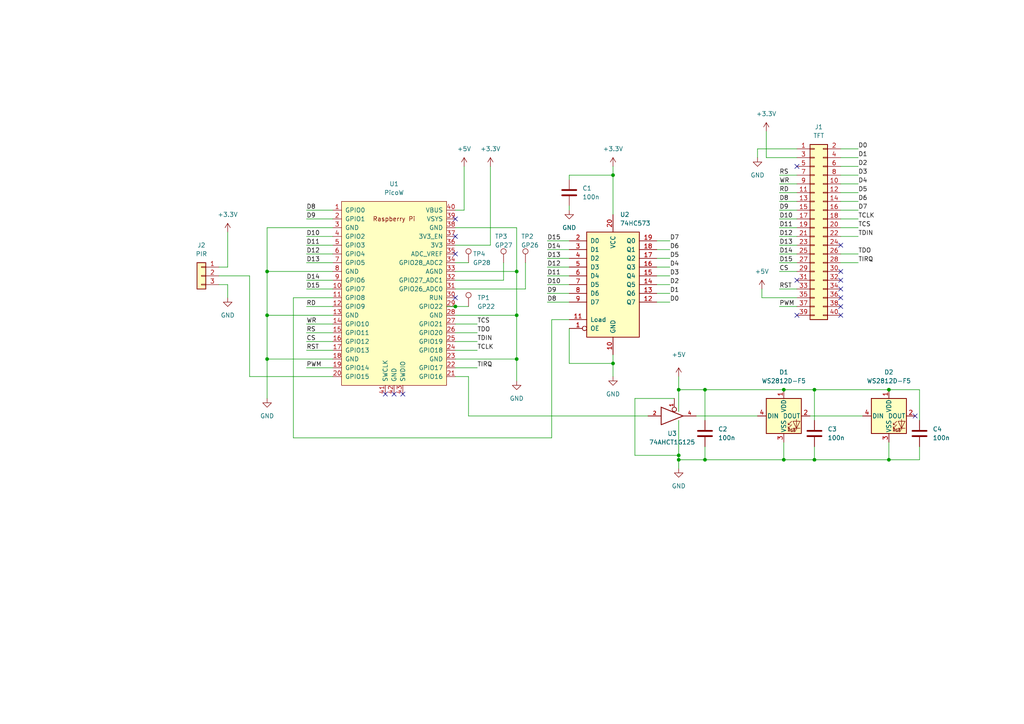
<source format=kicad_sch>
(kicad_sch (version 20211123) (generator eeschema)
  (paper "A4")
  (title_block (title "Energy Management System Display Module"))
  (lib_symbols
    (symbol "74xGxx:74AHCT1G125" (pin_names (offset 1.016))
      (property "Reference" "U" (at -2.54 3.81 0))
      (property "Value" "74AHCT1G125" (at 0 -3.81 0))
      (symbol "74AHCT1G125_0_1"
        (polyline (pts (xy -3.81 2.54) (xy -3.81 -2.54) (xy 2.54 0) (xy -3.81 2.54)) (stroke (width 0.254)))
      )
      (symbol "74AHCT1G125_1_1"
        (pin input inverted (at 0 5.08 270) (length 3.81) (name "~") (number "1"))
        (pin input line (at -7.62 0 0) (length 3.81) (name "~") (number "2"))
        (pin power_in line (at 1.27 -1.27 270) (length 0) hide (name "GND") (number "3"))
        (pin tri_state line (at 6.35 0 180) (length 3.81) (name "~") (number "4"))
        (pin power_in line (at 1.27 1.27 90) (length 0) hide (name "VCC") (number "5"))
      )
    )
    (symbol "74xx:74LS573" (pin_names (offset 1.016))
      (property "Reference" "U" (at -7.62 16.51 0))
      (property "Value" "74LS573" (at -7.62 -16.51 0))
      (symbol "74LS573_1_0"
        (pin input inverted (at -12.7 -12.7 0) (length 5.08) (name "OE") (number "1"))
        (pin power_in line (at 0 -20.32 90) (length 5.08) (name "GND") (number "10"))
        (pin input line (at -12.7 -10.16 0) (length 5.08) (name "Load") (number "11"))
        (pin tri_state line (at 12.7 -5.08 180) (length 5.08) (name "Q7") (number "12"))
        (pin tri_state line (at 12.7 -2.54 180) (length 5.08) (name "Q6") (number "13"))
        (pin tri_state line (at 12.7 0 180) (length 5.08) (name "Q5") (number "14"))
        (pin tri_state line (at 12.7 2.54 180) (length 5.08) (name "Q4") (number "15"))
        (pin tri_state line (at 12.7 5.08 180) (length 5.08) (name "Q3") (number "16"))
        (pin tri_state line (at 12.7 7.62 180) (length 5.08) (name "Q2") (number "17"))
        (pin tri_state line (at 12.7 10.16 180) (length 5.08) (name "Q1") (number "18"))
        (pin tri_state line (at 12.7 12.7 180) (length 5.08) (name "Q0") (number "19"))
        (pin input line (at -12.7 12.7 0) (length 5.08) (name "D0") (number "2"))
        (pin power_in line (at 0 20.32 270) (length 5.08) (name "VCC") (number "20"))
        (pin input line (at -12.7 10.16 0) (length 5.08) (name "D1") (number "3"))
        (pin input line (at -12.7 7.62 0) (length 5.08) (name "D2") (number "4"))
        (pin input line (at -12.7 5.08 0) (length 5.08) (name "D3") (number "5"))
        (pin input line (at -12.7 2.54 0) (length 5.08) (name "D4") (number "6"))
        (pin input line (at -12.7 0 0) (length 5.08) (name "D5") (number "7"))
        (pin input line (at -12.7 -2.54 0) (length 5.08) (name "D6") (number "8"))
        (pin input line (at -12.7 -5.08 0) (length 5.08) (name "D7") (number "9"))
      )
      (symbol "74LS573_1_1"
        (rectangle (start -7.62 15.24) (end 7.62 -15.24) (stroke (width 0.254)) (fill (type background)))
      )
    )
    (symbol "Connector:TestPoint" (pin_numbers hide) (pin_names (offset 0.762) hide)
      (property "Reference" "TP" (at 0 6.858 0))
      (property "Value" "TestPoint" (at 0 5.08 0))
      (symbol "TestPoint_0_1"
        (circle (center 0 3.302) (radius 0.762))
      )
      (symbol "TestPoint_1_1"
        (pin passive line (at 0 0 90) (length 2.54) (name "1") (number "1"))
      )
    )
    (symbol "Connector_Generic:Conn_01x03" (pin_names (offset 1.016) hide)
      (property "Reference" "J" (at 0 5.08 0))
      (property "Value" "Conn_01x03" (at 0 -5.08 0))
      (symbol "Conn_01x03_1_1"
        (rectangle (start -1.27 -2.413) (end 0 -2.667) (stroke (width 0.1524)))
        (rectangle (start -1.27 0.127) (end 0 -0.127) (stroke (width 0.1524)))
        (rectangle (start -1.27 2.667) (end 0 2.413) (stroke (width 0.1524)))
        (rectangle (start -1.27 3.81) (end 1.27 -3.81) (stroke (width 0.254)) (fill (type background)))
        (pin passive line (at -5.08 2.54 0) (length 3.81) (name "Pin_1") (number "1"))
        (pin passive line (at -5.08 0 0) (length 3.81) (name "Pin_2") (number "2"))
        (pin passive line (at -5.08 -2.54 0) (length 3.81) (name "Pin_3") (number "3"))
      )
    )
    (symbol "Connector_Generic:Conn_02x20_Odd_Even" (pin_names (offset 1.016) hide)
      (property "Reference" "J" (at 1.27 25.4 0))
      (property "Value" "Conn_02x20_Odd_Even" (at 1.27 -27.94 0))
      (symbol "Conn_02x20_Odd_Even_1_1"
        (rectangle (start -1.27 -25.273) (end 0 -25.527) (stroke (width 0.1524)))
        (rectangle (start -1.27 -22.733) (end 0 -22.987) (stroke (width 0.1524)))
        (rectangle (start -1.27 -20.193) (end 0 -20.447) (stroke (width 0.1524)))
        (rectangle (start -1.27 -17.653) (end 0 -17.907) (stroke (width 0.1524)))
        (rectangle (start -1.27 -15.113) (end 0 -15.367) (stroke (width 0.1524)))
        (rectangle (start -1.27 -12.573) (end 0 -12.827) (stroke (width 0.1524)))
        (rectangle (start -1.27 -10.033) (end 0 -10.287) (stroke (width 0.1524)))
        (rectangle (start -1.27 -7.493) (end 0 -7.747) (stroke (width 0.1524)))
        (rectangle (start -1.27 -4.953) (end 0 -5.207) (stroke (width 0.1524)))
        (rectangle (start -1.27 -2.413) (end 0 -2.667) (stroke (width 0.1524)))
        (rectangle (start -1.27 0.127) (end 0 -0.127) (stroke (width 0.1524)))
        (rectangle (start -1.27 2.667) (end 0 2.413) (stroke (width 0.1524)))
        (rectangle (start -1.27 5.207) (end 0 4.953) (stroke (width 0.1524)))
        (rectangle (start -1.27 7.747) (end 0 7.493) (stroke (width 0.1524)))
        (rectangle (start -1.27 10.287) (end 0 10.033) (stroke (width 0.1524)))
        (rectangle (start -1.27 12.827) (end 0 12.573) (stroke (width 0.1524)))
        (rectangle (start -1.27 15.367) (end 0 15.113) (stroke (width 0.1524)))
        (rectangle (start -1.27 17.907) (end 0 17.653) (stroke (width 0.1524)))
        (rectangle (start -1.27 20.447) (end 0 20.193) (stroke (width 0.1524)))
        (rectangle (start -1.27 22.987) (end 0 22.733) (stroke (width 0.1524)))
        (rectangle (start -1.27 24.13) (end 3.81 -26.67) (stroke (width 0.254)) (fill (type background)))
        (rectangle (start 3.81 -25.273) (end 2.54 -25.527) (stroke (width 0.1524)))
        (rectangle (start 3.81 -22.733) (end 2.54 -22.987) (stroke (width 0.1524)))
        (rectangle (start 3.81 -20.193) (end 2.54 -20.447) (stroke (width 0.1524)))
        (rectangle (start 3.81 -17.653) (end 2.54 -17.907) (stroke (width 0.1524)))
        (rectangle (start 3.81 -15.113) (end 2.54 -15.367) (stroke (width 0.1524)))
        (rectangle (start 3.81 -12.573) (end 2.54 -12.827) (stroke (width 0.1524)))
        (rectangle (start 3.81 -10.033) (end 2.54 -10.287) (stroke (width 0.1524)))
        (rectangle (start 3.81 -7.493) (end 2.54 -7.747) (stroke (width 0.1524)))
        (rectangle (start 3.81 -4.953) (end 2.54 -5.207) (stroke (width 0.1524)))
        (rectangle (start 3.81 -2.413) (end 2.54 -2.667) (stroke (width 0.1524)))
        (rectangle (start 3.81 0.127) (end 2.54 -0.127) (stroke (width 0.1524)))
        (rectangle (start 3.81 2.667) (end 2.54 2.413) (stroke (width 0.1524)))
        (rectangle (start 3.81 5.207) (end 2.54 4.953) (stroke (width 0.1524)))
        (rectangle (start 3.81 7.747) (end 2.54 7.493) (stroke (width 0.1524)))
        (rectangle (start 3.81 10.287) (end 2.54 10.033) (stroke (width 0.1524)))
        (rectangle (start 3.81 12.827) (end 2.54 12.573) (stroke (width 0.1524)))
        (rectangle (start 3.81 15.367) (end 2.54 15.113) (stroke (width 0.1524)))
        (rectangle (start 3.81 17.907) (end 2.54 17.653) (stroke (width 0.1524)))
        (rectangle (start 3.81 20.447) (end 2.54 20.193) (stroke (width 0.1524)))
        (rectangle (start 3.81 22.987) (end 2.54 22.733) (stroke (width 0.1524)))
        (pin passive line (at -5.08 22.86 0) (length 3.81) (name "Pin_1") (number "1"))
        (pin passive line (at 7.62 12.7 180) (length 3.81) (name "Pin_10") (number "10"))
        (pin passive line (at -5.08 10.16 0) (length 3.81) (name "Pin_11") (number "11"))
        (pin passive line (at 7.62 10.16 180) (length 3.81) (name "Pin_12") (number "12"))
        (pin passive line (at -5.08 7.62 0) (length 3.81) (name "Pin_13") (number "13"))
        (pin passive line (at 7.62 7.62 180) (length 3.81) (name "Pin_14") (number "14"))
        (pin passive line (at -5.08 5.08 0) (length 3.81) (name "Pin_15") (number "15"))
        (pin passive line (at 7.62 5.08 180) (length 3.81) (name "Pin_16") (number "16"))
        (pin passive line (at -5.08 2.54 0) (length 3.81) (name "Pin_17") (number "17"))
        (pin passive line (at 7.62 2.54 180) (length 3.81) (name "Pin_18") (number "18"))
        (pin passive line (at -5.08 0 0) (length 3.81) (name "Pin_19") (number "19"))
        (pin passive line (at 7.62 22.86 180) (length 3.81) (name "Pin_2") (number "2"))
        (pin passive line (at 7.62 0 180) (length 3.81) (name "Pin_20") (number "20"))
        (pin passive line (at -5.08 -2.54 0) (length 3.81) (name "Pin_21") (number "21"))
        (pin passive line (at 7.62 -2.54 180) (length 3.81) (name "Pin_22") (number "22"))
        (pin passive line (at -5.08 -5.08 0) (length 3.81) (name "Pin_23") (number "23"))
        (pin passive line (at 7.62 -5.08 180) (length 3.81) (name "Pin_24") (number "24"))
        (pin passive line (at -5.08 -7.62 0) (length 3.81) (name "Pin_25") (number "25"))
        (pin passive line (at 7.62 -7.62 180) (length 3.81) (name "Pin_26") (number "26"))
        (pin passive line (at -5.08 -10.16 0) (length 3.81) (name "Pin_27") (number "27"))
        (pin passive line (at 7.62 -10.16 180) (length 3.81) (name "Pin_28") (number "28"))
        (pin passive line (at -5.08 -12.7 0) (length 3.81) (name "Pin_29") (number "29"))
        (pin passive line (at -5.08 20.32 0) (length 3.81) (name "Pin_3") (number "3"))
        (pin passive line (at 7.62 -12.7 180) (length 3.81) (name "Pin_30") (number "30"))
        (pin passive line (at -5.08 -15.24 0) (length 3.81) (name "Pin_31") (number "31"))
        (pin passive line (at 7.62 -15.24 180) (length 3.81) (name "Pin_32") (number "32"))
        (pin passive line (at -5.08 -17.78 0) (length 3.81) (name "Pin_33") (number "33"))
        (pin passive line (at 7.62 -17.78 180) (length 3.81) (name "Pin_34") (number "34"))
        (pin passive line (at -5.08 -20.32 0) (length 3.81) (name "Pin_35") (number "35"))
        (pin passive line (at 7.62 -20.32 180) (length 3.81) (name "Pin_36") (number "36"))
        (pin passive line (at -5.08 -22.86 0) (length 3.81) (name "Pin_37") (number "37"))
        (pin passive line (at 7.62 -22.86 180) (length 3.81) (name "Pin_38") (number "38"))
        (pin passive line (at -5.08 -25.4 0) (length 3.81) (name "Pin_39") (number "39"))
        (pin passive line (at 7.62 20.32 180) (length 3.81) (name "Pin_4") (number "4"))
        (pin passive line (at 7.62 -25.4 180) (length 3.81) (name "Pin_40") (number "40"))
        (pin passive line (at -5.08 17.78 0) (length 3.81) (name "Pin_5") (number "5"))
        (pin passive line (at 7.62 17.78 180) (length 3.81) (name "Pin_6") (number "6"))
        (pin passive line (at -5.08 15.24 0) (length 3.81) (name "Pin_7") (number "7"))
        (pin passive line (at 7.62 15.24 180) (length 3.81) (name "Pin_8") (number "8"))
        (pin passive line (at -5.08 12.7 0) (length 3.81) (name "Pin_9") (number "9"))
      )
    )
    (symbol "Device:C" (pin_numbers hide) (pin_names (offset 0.254))
      (property "Reference" "C" (at 0.635 2.54 0))
      (property "Value" "C" (at 0.635 -2.54 0))
      (symbol "C_0_1"
        (polyline (pts (xy -2.032 -0.762) (xy 2.032 -0.762)) (stroke (width 0.508)))
        (polyline (pts (xy -2.032 0.762) (xy 2.032 0.762)) (stroke (width 0.508)))
      )
      (symbol "C_1_1"
        (pin passive line (at 0 3.81 270) (length 2.794) (name "~") (number "1"))
        (pin passive line (at 0 -3.81 90) (length 2.794) (name "~") (number "2"))
      )
    )
    (symbol "LED:WS2812B" (pin_names (offset 0.254))
      (property "Reference" "D" (at 5.08 5.715 0))
      (property "Value" "WS2812B" (at 1.27 -5.715 0))
      (symbol "WS2812B_0_0"
        (text "RGB" (at 2.286 -4.191 0) (effects (font (size 0.762 0.762))))
      )
      (symbol "WS2812B_0_1"
        (polyline (pts (xy 1.27 -3.556) (xy 1.778 -3.556)))
        (polyline (pts (xy 1.27 -2.54) (xy 1.778 -2.54)))
        (polyline (pts (xy 4.699 -3.556) (xy 2.667 -3.556)))
        (polyline (pts (xy 2.286 -2.54) (xy 1.27 -3.556) (xy 1.27 -3.048)))
        (polyline (pts (xy 2.286 -1.524) (xy 1.27 -2.54) (xy 1.27 -2.032)))
        (polyline (pts (xy 3.683 -1.016) (xy 3.683 -3.556) (xy 3.683 -4.064)))
        (polyline (pts (xy 4.699 -1.524) (xy 2.667 -1.524) (xy 3.683 -3.556) (xy 4.699 -1.524)))
        (rectangle (start 5.08 5.08) (end -5.08 -5.08) (stroke (width 0.254)) (fill (type background)))
      )
      (symbol "WS2812B_1_1"
        (pin power_in line (at 0 7.62 270) (length 2.54) (name "VDD") (number "1"))
        (pin output line (at 7.62 0 180) (length 2.54) (name "DOUT") (number "2"))
        (pin power_in line (at 0 -7.62 90) (length 2.54) (name "VSS") (number "3"))
        (pin input line (at -7.62 0 0) (length 2.54) (name "DIN") (number "4"))
      )
    )
    (symbol "RPi_Pico:PicoW" (pin_names (offset 1.016))
      (property "Reference" "U" (at -13.97 27.94 0))
      (property "Value" "PicoW" (at 0 19.05 0))
      (symbol "PicoW_0_0"
        (text "Raspberry Pi" (at 0 21.59 0) (effects (font (size 1.27 1.27))))
      )
      (symbol "PicoW_0_1"
        (rectangle (start -15.24 26.67) (end 15.24 -26.67) (fill (type background)))
      )
      (symbol "PicoW_1_1"
        (pin bidirectional line (at -17.78 24.13 0) (length 2.54) (name "GPIO0") (number "1"))
        (pin bidirectional line (at -17.78 1.27 0) (length 2.54) (name "GPIO7") (number "10"))
        (pin bidirectional line (at -17.78 -1.27 0) (length 2.54) (name "GPIO8") (number "11"))
        (pin bidirectional line (at -17.78 -3.81 0) (length 2.54) (name "GPIO9") (number "12"))
        (pin power_in line (at -17.78 -6.35 0) (length 2.54) (name "GND") (number "13"))
        (pin bidirectional line (at -17.78 -8.89 0) (length 2.54) (name "GPIO10") (number "14"))
        (pin bidirectional line (at -17.78 -11.43 0) (length 2.54) (name "GPIO11") (number "15"))
        (pin bidirectional line (at -17.78 -13.97 0) (length 2.54) (name "GPIO12") (number "16"))
        (pin bidirectional line (at -17.78 -16.51 0) (length 2.54) (name "GPIO13") (number "17"))
        (pin power_in line (at -17.78 -19.05 0) (length 2.54) (name "GND") (number "18"))
        (pin bidirectional line (at -17.78 -21.59 0) (length 2.54) (name "GPIO14") (number "19"))
        (pin bidirectional line (at -17.78 21.59 0) (length 2.54) (name "GPIO1") (number "2"))
        (pin bidirectional line (at -17.78 -24.13 0) (length 2.54) (name "GPIO15") (number "20"))
        (pin bidirectional line (at 17.78 -24.13 180) (length 2.54) (name "GPIO16") (number "21"))
        (pin bidirectional line (at 17.78 -21.59 180) (length 2.54) (name "GPIO17") (number "22"))
        (pin power_in line (at 17.78 -19.05 180) (length 2.54) (name "GND") (number "23"))
        (pin bidirectional line (at 17.78 -16.51 180) (length 2.54) (name "GPIO18") (number "24"))
        (pin bidirectional line (at 17.78 -13.97 180) (length 2.54) (name "GPIO19") (number "25"))
        (pin bidirectional line (at 17.78 -11.43 180) (length 2.54) (name "GPIO20") (number "26"))
        (pin bidirectional line (at 17.78 -8.89 180) (length 2.54) (name "GPIO21") (number "27"))
        (pin power_in line (at 17.78 -6.35 180) (length 2.54) (name "GND") (number "28"))
        (pin bidirectional line (at 17.78 -3.81 180) (length 2.54) (name "GPIO22") (number "29"))
        (pin power_in line (at -17.78 19.05 0) (length 2.54) (name "GND") (number "3"))
        (pin input line (at 17.78 -1.27 180) (length 2.54) (name "RUN") (number "30"))
        (pin bidirectional line (at 17.78 1.27 180) (length 2.54) (name "GPIO26_ADC0") (number "31"))
        (pin bidirectional line (at 17.78 3.81 180) (length 2.54) (name "GPIO27_ADC1") (number "32"))
        (pin power_in line (at 17.78 6.35 180) (length 2.54) (name "AGND") (number "33"))
        (pin bidirectional line (at 17.78 8.89 180) (length 2.54) (name "GPIO28_ADC2") (number "34"))
        (pin unspecified line (at 17.78 11.43 180) (length 2.54) (name "ADC_VREF") (number "35"))
        (pin power_out line (at 17.78 13.97 180) (length 2.54) (name "3V3") (number "36"))
        (pin input line (at 17.78 16.51 180) (length 2.54) (name "3V3_EN") (number "37"))
        (pin power_out line (at 17.78 19.05 180) (length 2.54) (name "GND") (number "38"))
        (pin unspecified line (at 17.78 21.59 180) (length 2.54) (name "VSYS") (number "39"))
        (pin bidirectional line (at -17.78 16.51 0) (length 2.54) (name "GPIO2") (number "4"))
        (pin power_out line (at 17.78 24.13 180) (length 2.54) (name "VBUS") (number "40"))
        (pin input line (at -2.54 -29.21 90) (length 2.54) (name "SWCLK") (number "41"))
        (pin power_in line (at 0 -29.21 90) (length 2.54) (name "GND") (number "42"))
        (pin bidirectional line (at 2.54 -29.21 90) (length 2.54) (name "SWDIO") (number "43"))
        (pin bidirectional line (at -17.78 13.97 0) (length 2.54) (name "GPIO3") (number "5"))
        (pin bidirectional line (at -17.78 11.43 0) (length 2.54) (name "GPIO4") (number "6"))
        (pin bidirectional line (at -17.78 8.89 0) (length 2.54) (name "GPIO5") (number "7"))
        (pin power_in line (at -17.78 6.35 0) (length 2.54) (name "GND") (number "8"))
        (pin bidirectional line (at -17.78 3.81 0) (length 2.54) (name "GPIO6") (number "9"))
      )
    )
    (symbol "power:+3.3V" (power) (pin_names (offset 0))
      (property "Value" "+3.3V" (at 0 3.556 0))
      (symbol "+3.3V_0_1"
        (polyline (pts (xy -0.762 1.27) (xy 0 2.54)))
        (polyline (pts (xy 0 0) (xy 0 2.54)))
        (polyline (pts (xy 0 2.54) (xy 0.762 1.27)))
      )
      (symbol "+3.3V_1_1"
        (pin power_in line (at 0 0 90) (length 0) hide (name "+3.3V") (number "1"))
      )
    )
    (symbol "power:+5V" (power) (pin_names (offset 0))
      (property "Value" "+5V" (at 0 3.556 0))
      (symbol "+5V_0_1"
        (polyline (pts (xy -0.762 1.27) (xy 0 2.54)))
        (polyline (pts (xy 0 0) (xy 0 2.54)))
        (polyline (pts (xy 0 2.54) (xy 0.762 1.27)))
      )
      (symbol "+5V_1_1"
        (pin power_in line (at 0 0 90) (length 0) hide (name "+5V") (number "1"))
      )
    )
    (symbol "power:GND" (power) (pin_names (offset 0))
      (property "Value" "GND" (at 0 -3.81 0))
      (symbol "GND_0_1"
        (polyline (pts (xy 0 0) (xy 0 -1.27) (xy 1.27 -1.27) (xy 0 -2.54) (xy -1.27 -1.27) (xy 0 -1.27)))
      )
      (symbol "GND_1_1"
        (pin power_in line (at 0 0 270) (length 0) hide (name "GND") (number "1"))
      )
    )
  )
  (junction (at 132.08 88.9))
  (junction (at 177.8 50.8))
  (junction (at 227.33 113.03))
  (junction (at 236.22 113.03))
  (junction (at 77.47 78.74))
  (junction (at 196.85 133.35))
  (junction (at 149.86 104.14))
  (junction (at 149.86 91.44))
  (junction (at 227.33 133.35))
  (junction (at 77.47 91.44))
  (junction (at 149.86 78.74))
  (junction (at 204.47 133.35))
  (junction (at 236.22 133.35))
  (junction (at 257.81 133.35))
  (junction (at 196.85 132.08))
  (junction (at 196.85 113.03))
  (junction (at 77.47 104.14))
  (junction (at 177.8 105.41))
  (junction (at 257.81 113.03))
  (junction (at 204.47 113.03))
  (no_connect (at 265.43 120.65))
  (no_connect (at 132.08 86.36))
  (no_connect (at 231.14 91.44))
  (no_connect (at 114.3 114.3))
  (no_connect (at 243.84 86.36))
  (no_connect (at 243.84 83.82))
  (no_connect (at 243.84 81.28))
  (no_connect (at 243.84 78.74))
  (no_connect (at 243.84 88.9))
  (no_connect (at 231.14 81.28))
  (no_connect (at 243.84 91.44))
  (no_connect (at 231.14 48.26))
  (no_connect (at 243.84 71.12))
  (no_connect (at 111.76 114.3))
  (no_connect (at 132.08 68.58))
  (no_connect (at 132.08 73.66))
  (no_connect (at 116.84 114.3))
  (no_connect (at 132.08 63.5))
  (wire (pts (xy 204.47 113.03) (xy 227.33 113.03)))
  (wire (pts (xy 149.86 78.74) (xy 149.86 91.44)))
  (wire (pts (xy 146.05 81.28) (xy 146.05 76.2)))
  (wire (pts (xy 77.47 66.04) (xy 96.52 66.04)))
  (wire (pts (xy 165.1 59.69) (xy 165.1 60.96)))
  (wire (pts (xy 129.54 88.9) (xy 132.08 88.9)))
  (wire (pts (xy 204.47 133.35) (xy 196.85 133.35)))
  (wire (pts (xy 219.71 43.18) (xy 219.71 45.72)))
  (wire (pts (xy 158.75 77.47) (xy 165.1 77.47)))
  (wire (pts (xy 231.14 43.18) (xy 219.71 43.18)))
  (wire (pts (xy 190.5 74.93) (xy 194.31 74.93)))
  (wire (pts (xy 266.7 133.35) (xy 257.81 133.35)))
  (wire (pts (xy 88.9 71.12) (xy 96.52 71.12)))
  (wire (pts (xy 243.84 68.58) (xy 248.92 68.58)))
  (wire (pts (xy 158.75 87.63) (xy 165.1 87.63)))
  (wire (pts (xy 132.08 101.6) (xy 138.43 101.6)))
  (wire (pts (xy 226.06 83.82) (xy 231.14 83.82)))
  (wire (pts (xy 158.75 85.09) (xy 165.1 85.09)))
  (wire (pts (xy 85.09 86.36) (xy 85.09 127)))
  (wire (pts (xy 257.81 128.27) (xy 257.81 133.35)))
  (wire (pts (xy 152.4 83.82) (xy 152.4 76.2)))
  (wire (pts (xy 236.22 113.03) (xy 236.22 121.92)))
  (wire (pts (xy 226.06 50.8) (xy 231.14 50.8)))
  (wire (pts (xy 231.14 86.36) (xy 220.98 86.36)))
  (wire (pts (xy 142.24 48.26) (xy 142.24 71.12)))
  (wire (pts (xy 226.06 53.34) (xy 231.14 53.34)))
  (wire (pts (xy 227.33 128.27) (xy 227.33 133.35)))
  (wire (pts (xy 134.62 60.96) (xy 132.08 60.96)))
  (wire (pts (xy 158.75 80.01) (xy 165.1 80.01)))
  (wire (pts (xy 195.58 115.57) (xy 184.15 115.57)))
  (wire (pts (xy 266.7 121.92) (xy 266.7 113.03)))
  (wire (pts (xy 226.06 76.2) (xy 231.14 76.2)))
  (wire (pts (xy 132.08 71.12) (xy 142.24 71.12)))
  (wire (pts (xy 132.08 104.14) (xy 149.86 104.14)))
  (wire (pts (xy 201.93 120.65) (xy 219.71 120.65)))
  (wire (pts (xy 190.5 85.09) (xy 194.31 85.09)))
  (wire (pts (xy 77.47 78.74) (xy 77.47 91.44)))
  (wire (pts (xy 165.1 50.8) (xy 177.8 50.8)))
  (wire (pts (xy 88.9 101.6) (xy 96.52 101.6)))
  (wire (pts (xy 160.02 127) (xy 160.02 92.71)))
  (wire (pts (xy 132.08 76.2) (xy 135.89 76.2)))
  (wire (pts (xy 196.85 133.35) (xy 196.85 135.89)))
  (wire (pts (xy 243.84 53.34) (xy 248.92 53.34)))
  (wire (pts (xy 149.86 104.14) (xy 149.86 110.49)))
  (wire (pts (xy 158.75 74.93) (xy 165.1 74.93)))
  (wire (pts (xy 72.39 109.22) (xy 96.52 109.22)))
  (wire (pts (xy 165.1 52.07) (xy 165.1 50.8)))
  (wire (pts (xy 66.04 77.47) (xy 66.04 67.31)))
  (wire (pts (xy 88.9 60.96) (xy 96.52 60.96)))
  (wire (pts (xy 236.22 133.35) (xy 227.33 133.35)))
  (wire (pts (xy 190.5 82.55) (xy 194.31 82.55)))
  (wire (pts (xy 149.86 66.04) (xy 149.86 78.74)))
  (wire (pts (xy 135.89 109.22) (xy 135.89 120.65)))
  (wire (pts (xy 63.5 82.55) (xy 66.04 82.55)))
  (wire (pts (xy 88.9 68.58) (xy 96.52 68.58)))
  (wire (pts (xy 243.84 63.5) (xy 248.92 63.5)))
  (wire (pts (xy 77.47 78.74) (xy 96.52 78.74)))
  (wire (pts (xy 243.84 50.8) (xy 248.92 50.8)))
  (wire (pts (xy 77.47 104.14) (xy 77.47 115.57)))
  (wire (pts (xy 196.85 113.03) (xy 204.47 113.03)))
  (wire (pts (xy 243.84 45.72) (xy 248.92 45.72)))
  (wire (pts (xy 196.85 121.92) (xy 196.85 132.08)))
  (wire (pts (xy 204.47 113.03) (xy 204.47 121.92)))
  (wire (pts (xy 184.15 132.08) (xy 196.85 132.08)))
  (wire (pts (xy 132.08 91.44) (xy 149.86 91.44)))
  (wire (pts (xy 77.47 104.14) (xy 96.52 104.14)))
  (wire (pts (xy 160.02 92.71) (xy 165.1 92.71)))
  (wire (pts (xy 72.39 80.01) (xy 72.39 109.22)))
  (wire (pts (xy 165.1 95.25) (xy 165.1 105.41)))
  (wire (pts (xy 96.52 86.36) (xy 85.09 86.36)))
  (wire (pts (xy 266.7 113.03) (xy 257.81 113.03)))
  (wire (pts (xy 149.86 91.44) (xy 149.86 104.14)))
  (wire (pts (xy 243.84 55.88) (xy 248.92 55.88)))
  (wire (pts (xy 184.15 115.57) (xy 184.15 132.08)))
  (wire (pts (xy 257.81 133.35) (xy 236.22 133.35)))
  (wire (pts (xy 88.9 81.28) (xy 96.52 81.28)))
  (wire (pts (xy 158.75 82.55) (xy 165.1 82.55)))
  (wire (pts (xy 243.84 66.04) (xy 248.92 66.04)))
  (wire (pts (xy 243.84 73.66) (xy 248.92 73.66)))
  (wire (pts (xy 134.62 48.26) (xy 134.62 60.96)))
  (wire (pts (xy 77.47 66.04) (xy 77.47 78.74)))
  (wire (pts (xy 190.5 87.63) (xy 194.31 87.63)))
  (wire (pts (xy 226.06 71.12) (xy 231.14 71.12)))
  (wire (pts (xy 88.9 93.98) (xy 96.52 93.98)))
  (wire (pts (xy 222.25 45.72) (xy 231.14 45.72)))
  (wire (pts (xy 226.06 55.88) (xy 231.14 55.88)))
  (wire (pts (xy 132.08 93.98) (xy 138.43 93.98)))
  (wire (pts (xy 226.06 68.58) (xy 231.14 68.58)))
  (wire (pts (xy 88.9 76.2) (xy 96.52 76.2)))
  (wire (pts (xy 85.09 127) (xy 160.02 127)))
  (wire (pts (xy 132.08 78.74) (xy 149.86 78.74)))
  (wire (pts (xy 266.7 129.54) (xy 266.7 133.35)))
  (wire (pts (xy 132.08 66.04) (xy 149.86 66.04)))
  (wire (pts (xy 132.08 81.28) (xy 146.05 81.28)))
  (wire (pts (xy 88.9 73.66) (xy 96.52 73.66)))
  (wire (pts (xy 158.75 72.39) (xy 165.1 72.39)))
  (wire (pts (xy 77.47 91.44) (xy 77.47 104.14)))
  (wire (pts (xy 190.5 72.39) (xy 194.31 72.39)))
  (wire (pts (xy 187.96 120.65) (xy 135.89 120.65)))
  (wire (pts (xy 243.84 60.96) (xy 248.92 60.96)))
  (wire (pts (xy 190.5 80.01) (xy 194.31 80.01)))
  (wire (pts (xy 177.8 102.87) (xy 177.8 105.41)))
  (wire (pts (xy 196.85 109.22) (xy 196.85 113.03)))
  (wire (pts (xy 63.5 80.01) (xy 72.39 80.01)))
  (wire (pts (xy 236.22 113.03) (xy 257.81 113.03)))
  (wire (pts (xy 196.85 132.08) (xy 196.85 133.35)))
  (wire (pts (xy 88.9 106.68) (xy 96.52 106.68)))
  (wire (pts (xy 63.5 77.47) (xy 66.04 77.47)))
  (wire (pts (xy 88.9 96.52) (xy 96.52 96.52)))
  (wire (pts (xy 88.9 63.5) (xy 96.52 63.5)))
  (wire (pts (xy 234.95 120.65) (xy 250.19 120.65)))
  (wire (pts (xy 236.22 129.54) (xy 236.22 133.35)))
  (wire (pts (xy 226.06 63.5) (xy 231.14 63.5)))
  (wire (pts (xy 177.8 48.26) (xy 177.8 50.8)))
  (wire (pts (xy 190.5 77.47) (xy 194.31 77.47)))
  (wire (pts (xy 88.9 83.82) (xy 96.52 83.82)))
  (wire (pts (xy 132.08 88.9) (xy 135.89 88.9)))
  (wire (pts (xy 220.98 86.36) (xy 220.98 83.82)))
  (wire (pts (xy 132.08 96.52) (xy 138.43 96.52)))
  (wire (pts (xy 96.52 91.44) (xy 77.47 91.44)))
  (wire (pts (xy 222.25 38.1) (xy 222.25 45.72)))
  (wire (pts (xy 227.33 113.03) (xy 236.22 113.03)))
  (wire (pts (xy 132.08 99.06) (xy 138.43 99.06)))
  (wire (pts (xy 243.84 48.26) (xy 248.92 48.26)))
  (wire (pts (xy 226.06 73.66) (xy 231.14 73.66)))
  (wire (pts (xy 226.06 60.96) (xy 231.14 60.96)))
  (wire (pts (xy 226.06 66.04) (xy 231.14 66.04)))
  (wire (pts (xy 165.1 105.41) (xy 177.8 105.41)))
  (wire (pts (xy 135.89 109.22) (xy 132.08 109.22)))
  (wire (pts (xy 226.06 58.42) (xy 231.14 58.42)))
  (wire (pts (xy 196.85 113.03) (xy 196.85 119.38)))
  (wire (pts (xy 177.8 105.41) (xy 177.8 109.22)))
  (wire (pts (xy 88.9 99.06) (xy 96.52 99.06)))
  (wire (pts (xy 177.8 50.8) (xy 177.8 62.23)))
  (wire (pts (xy 243.84 43.18) (xy 248.92 43.18)))
  (wire (pts (xy 66.04 82.55) (xy 66.04 86.36)))
  (wire (pts (xy 204.47 129.54) (xy 204.47 133.35)))
  (wire (pts (xy 227.33 133.35) (xy 204.47 133.35)))
  (wire (pts (xy 243.84 76.2) (xy 248.92 76.2)))
  (wire (pts (xy 226.06 78.74) (xy 231.14 78.74)))
  (wire (pts (xy 132.08 83.82) (xy 152.4 83.82)))
  (wire (pts (xy 190.5 69.85) (xy 194.31 69.85)))
  (wire (pts (xy 88.9 88.9) (xy 96.52 88.9)))
  (wire (pts (xy 158.75 69.85) (xy 165.1 69.85)))
  (wire (pts (xy 243.84 58.42) (xy 248.92 58.42)))
  (wire (pts (xy 132.08 106.68) (xy 138.43 106.68)))
  (wire (pts (xy 226.06 88.9) (xy 231.14 88.9)))
  (label "D0" (at 248.92 43.18 0))
  (label "TIRQ" (at 248.92 76.2 0))
  (label "D5" (at 248.92 55.88 0))
  (label "D15" (at 88.9 83.82 0))
  (label "RS" (at 88.9 96.52 0))
  (label "D8" (at 158.75 87.63 0))
  (label "TDIN" (at 138.43 99.06 0))
  (label "D8" (at 226.06 58.42 0))
  (label "TCLK" (at 248.92 63.5 0))
  (label "D4" (at 248.92 53.34 0))
  (label "TDO" (at 248.92 73.66 0))
  (label "D7" (at 248.92 60.96 0))
  (label "RST" (at 226.06 83.82 0))
  (label "D4" (at 194.31 77.47 0))
  (label "TDO" (at 138.43 96.52 0))
  (label "PWM" (at 226.06 88.9 0))
  (label "D6" (at 194.31 72.39 0))
  (label "D10" (at 226.06 63.5 0))
  (label "D3" (at 248.92 50.8 0))
  (label "D10" (at 158.75 82.55 0))
  (label "D1" (at 248.92 45.72 0))
  (label "D13" (at 226.06 71.12 0))
  (label "D11" (at 158.75 80.01 0))
  (label "D7" (at 194.31 69.85 0))
  (label "D15" (at 226.06 76.2 0))
  (label "D0" (at 194.31 87.63 0))
  (label "D14" (at 226.06 73.66 0))
  (label "D12" (at 88.9 73.66 0))
  (label "D6" (at 248.92 58.42 0))
  (label "TCS" (at 248.92 66.04 0))
  (label "D9" (at 158.75 85.09 0))
  (label "RD" (at 88.9 88.9 0))
  (label "D9" (at 226.06 60.96 0))
  (label "PWM" (at 88.9 106.68 0))
  (label "D13" (at 88.9 76.2 0))
  (label "RST" (at 88.9 101.6 0))
  (label "D12" (at 158.75 77.47 0))
  (label "RS" (at 226.06 50.8 0))
  (label "D14" (at 88.9 81.28 0))
  (label "TCS" (at 138.43 93.98 0))
  (label "CS" (at 88.9 99.06 0))
  (label "D11" (at 226.06 66.04 0))
  (label "TCLK" (at 138.43 101.6 0))
  (label "D8" (at 88.9 60.96 0))
  (label "D10" (at 88.9 68.58 0))
  (label "D3" (at 194.31 80.01 0))
  (label "D13" (at 158.75 74.93 0))
  (label "WR" (at 88.9 93.98 0))
  (label "D1" (at 194.31 85.09 0))
  (label "D5" (at 194.31 74.93 0))
  (label "D2" (at 194.31 82.55 0))
  (label "CS" (at 226.06 78.74 0))
  (label "TDIN" (at 248.92 68.58 0))
  (label "WR" (at 226.06 53.34 0))
  (label "TIRQ" (at 138.43 106.68 0))
  (label "D11" (at 88.9 71.12 0))
  (label "D2" (at 248.92 48.26 0))
  (label "D15" (at 158.75 69.85 0))
  (label "RD" (at 226.06 55.88 0))
  (label "D12" (at 226.06 68.58 0))
  (label "D9" (at 88.9 63.5 0))
  (label "D14" (at 158.75 72.39 0))
  (symbol (lib_id "power:GND") (at 77.47 115.57 0) (unit 1)
    (property "Reference" "#PWR0110" (effects hide))
    (property "Value" "GND" (at 77.47 120.65 0))
  )
  (symbol (lib_id "74xx:74LS573") (at 177.8 82.55 0) (unit 1)
    (property "Reference" "U2" (at 179.8194 62.23 0) (effects (justify left)))
    (property "Value" "74HC573" (at 179.8194 64.77 0) (effects (justify left)))
    (property "Footprint" "Package_SO:SOIC-20W_7.5x12.8mm_P1.27mm" (effects hide))
    (property "Datasheet" "74xx/74hc573.pdf" (effects hide))
  )
  (symbol (lib_id "LED:WS2812B") (at 227.33 120.65 0) (unit 1)
    (property "Reference" "D1" (at 227.33 107.95 0))
    (property "Value" "WS2812D-F5" (at 227.33 110.49 0))
    (property "Footprint" "LED_SMD:LED_WS2812B_PLCC4_5.0x5.0mm_P3.2mm" (effects hide))
    (property "Datasheet" "https://cdn-shop.adafruit.com/datasheets/WS2812B.pdf" (effects hide))
  )
  (symbol (lib_id "power:+3.3V") (at 142.24 48.26 0) (unit 1)
    (property "Reference" "#PWR0102" (effects hide))
    (property "Value" "+3.3V" (at 142.24 43.18 0))
  )
  (symbol (lib_id "74xGxx:74AHCT1G125") (at 195.58 120.65 0) (unit 1)
    (property "Reference" "U3" (at 194.945 125.73 0))
    (property "Value" "74AHCT1G125" (at 194.945 128.27 0))
    (property "Footprint" "Package_TO_SOT_SMD:SOT-23-5" (effects hide))
    (property "Datasheet" "http://www.ti.com/lit/sg/scyt129e/scyt129e.pdf" (effects hide))
  )
  (symbol (lib_id "Device:C") (at 266.7 125.73 0) (unit 1)
    (property "Reference" "C4" (at 270.51 124.4599 0) (effects (justify left)))
    (property "Value" "100n" (at 270.51 126.9999 0) (effects (justify left)))
    (property "Footprint" "Capacitor_SMD:C_0603_1608Metric_Pad1.08x0.95mm_HandSolder" (effects hide))
  )
  (symbol (lib_id "Device:C") (at 165.1 55.88 0) (unit 1)
    (property "Reference" "C1" (at 168.91 54.6099 0) (effects (justify left)))
    (property "Value" "100n" (at 168.91 57.1499 0) (effects (justify left)))
    (property "Footprint" "Capacitor_SMD:C_0603_1608Metric_Pad1.08x0.95mm_HandSolder" (effects hide))
  )
  (symbol (lib_id "power:+3.3V") (at 66.04 67.31 0) (unit 1)
    (property "Reference" "#PWR0112" (effects hide))
    (property "Value" "+3.3V" (at 66.04 62.23 0))
  )
  (symbol (lib_id "power:GND") (at 165.1 60.96 0) (unit 1)
    (property "Reference" "#PWR0104" (effects hide))
    (property "Value" "GND" (at 165.1 66.04 0))
  )
  (symbol (lib_id "Connector:TestPoint") (at 152.4 76.2 0) (unit 1)
    (property "Reference" "TP2" (at 151.13 68.58 0) (effects (justify left)))
    (property "Value" "GP26" (at 151.13 71.12 0) (effects (justify left)))
    (property "Footprint" "Connector_PinHeader_2.54mm:PinHeader_1x01_P2.54mm_Vertical" (effects hide))
  )
  (symbol (lib_id "power:GND") (at 219.71 45.72 0) (unit 1)
    (property "Reference" "#PWR0106" (effects hide))
    (property "Value" "GND" (at 219.71 50.8 0))
  )
  (symbol (lib_id "power:GND") (at 66.04 86.36 0) (unit 1)
    (property "Reference" "#PWR0111" (effects hide))
    (property "Value" "GND" (at 66.04 91.44 0))
  )
  (symbol (lib_id "power:+3.3V") (at 222.25 38.1 0) (unit 1)
    (property "Reference" "#PWR0107" (effects hide))
    (property "Value" "+3.3V" (at 222.25 33.02 0))
  )
  (symbol (lib_id "power:GND") (at 196.85 135.89 0) (unit 1)
    (property "Reference" "#PWR0114" (effects hide))
    (property "Value" "GND" (at 196.85 140.97 0))
  )
  (symbol (lib_id "Device:C") (at 204.47 125.73 0) (unit 1)
    (property "Reference" "C2" (at 208.28 124.4599 0) (effects (justify left)))
    (property "Value" "100n" (at 208.28 126.9999 0) (effects (justify left)))
    (property "Footprint" "Capacitor_SMD:C_0603_1608Metric_Pad1.08x0.95mm_HandSolder" (effects hide))
  )
  (symbol (lib_id "RPi_Pico:PicoW") (at 114.3 85.09 0) (unit 1)
    (property "Reference" "U1" (at 114.3 53.34 0))
    (property "Value" "PicoW" (at 114.3 55.88 0))
    (property "Footprint" "RaspberryPI PicoW:RPi_PicoW_SMD_TH" (effects hide))
  )
  (symbol (lib_id "power:+5V") (at 134.62 48.26 0) (unit 1)
    (property "Reference" "#PWR0101" (effects hide))
    (property "Value" "+5V" (at 134.62 43.18 0))
  )
  (symbol (lib_id "Connector_Generic:Conn_02x20_Odd_Even") (at 236.22 66.04 0) (unit 1)
    (property "Reference" "J1" (at 237.49 36.83 0))
    (property "Value" "TFT" (at 237.49 39.37 0))
    (property "Footprint" "Connector_PinSocket_2.54mm:PinSocket_2x20_P2.54mm_Vertical" (effects hide))
  )
  (symbol (lib_id "power:+5V") (at 196.85 109.22 0) (unit 1)
    (property "Reference" "#PWR0113" (effects hide))
    (property "Value" "+5V" (at 196.85 102.87 0))
  )
  (symbol (lib_id "Connector:TestPoint") (at 135.89 76.2 0) (unit 1)
    (property "Reference" "TP4" (at 137.16 73.66 0) (effects (justify left)))
    (property "Value" "GP28" (at 137.16 76.2 0) (effects (justify left)))
    (property "Footprint" "Connector_PinHeader_2.54mm:PinHeader_1x01_P2.54mm_Vertical" (effects hide))
  )
  (symbol (lib_id "power:GND") (at 177.8 109.22 0) (unit 1)
    (property "Reference" "#PWR0105" (effects hide))
    (property "Value" "GND" (at 177.8 114.3 0))
  )
  (symbol (lib_id "Connector:TestPoint") (at 146.05 76.2 0) (unit 1)
    (property "Reference" "TP3" (at 143.51 68.58 0) (effects (justify left)))
    (property "Value" "GP27" (at 143.51 71.12 0) (effects (justify left)))
    (property "Footprint" "Connector_PinHeader_2.54mm:PinHeader_1x01_P2.54mm_Vertical" (effects hide))
  )
  (symbol (lib_id "Device:C") (at 236.22 125.73 0) (unit 1)
    (property "Reference" "C3" (at 240.03 124.4599 0) (effects (justify left)))
    (property "Value" "100n" (at 240.03 126.9999 0) (effects (justify left)))
    (property "Footprint" "Capacitor_SMD:C_0603_1608Metric_Pad1.08x0.95mm_HandSolder" (effects hide))
  )
  (symbol (lib_id "power:GND") (at 149.86 110.49 0) (unit 1)
    (property "Reference" "#PWR0103" (effects hide))
    (property "Value" "GND" (at 149.86 115.57 0))
  )
  (symbol (lib_id "LED:WS2812B") (at 257.81 120.65 0) (unit 1)
    (property "Reference" "D2" (at 257.81 107.95 0))
    (property "Value" "WS2812D-F5" (at 257.81 110.49 0))
    (property "Footprint" "LED_SMD:LED_WS2812B_PLCC4_5.0x5.0mm_P3.2mm" (effects hide))
    (property "Datasheet" "https://cdn-shop.adafruit.com/datasheets/WS2812B.pdf" (effects hide))
  )
  (symbol (lib_id "Connector:TestPoint") (at 135.89 88.9 0) (unit 1)
    (property "Reference" "TP1" (at 138.43 86.36 0) (effects (justify left)))
    (property "Value" "GP22" (at 138.43 88.9 0) (effects (justify left)))
    (property "Footprint" "Connector_PinHeader_2.54mm:PinHeader_1x01_P2.54mm_Vertical" (effects hide))
  )
  (symbol (lib_id "power:+3.3V") (at 177.8 48.26 0) (unit 1)
    (property "Reference" "#PWR0108" (effects hide))
    (property "Value" "+3.3V" (at 177.8 43.18 0))
  )
  (symbol (lib_id "Connector_Generic:Conn_01x03") (at 58.42 80.01 0) (mirror y) (unit 1)
    (property "Reference" "J2" (at 58.42 71.12 0))
    (property "Value" "PIR" (at 58.42 73.66 0))
    (property "Footprint" "Connector_PinSocket_2.54mm:PinSocket_1x03_P2.54mm_Vertical" (effects hide))
  )
  (symbol (lib_id "power:+5V") (at 220.98 83.82 0) (unit 1)
    (property "Reference" "#PWR0109" (effects hide))
    (property "Value" "+5V" (at 220.98 78.74 0))
  )
)
</source>
